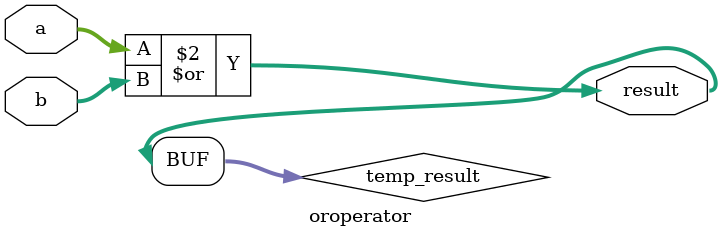
<source format=sv>
module oroperator #(parameter N = 8)
    (
     input logic [N-1:0] a,
     input logic [N-1:0] b,
     output logic [N-1:0] result
    );

    // For intermediate results
    logic [N-1:0] temp_result;

    always_comb begin
        temp_result = a | b;
    end

    // Assign result
    assign result = temp_result;

endmodule
</source>
